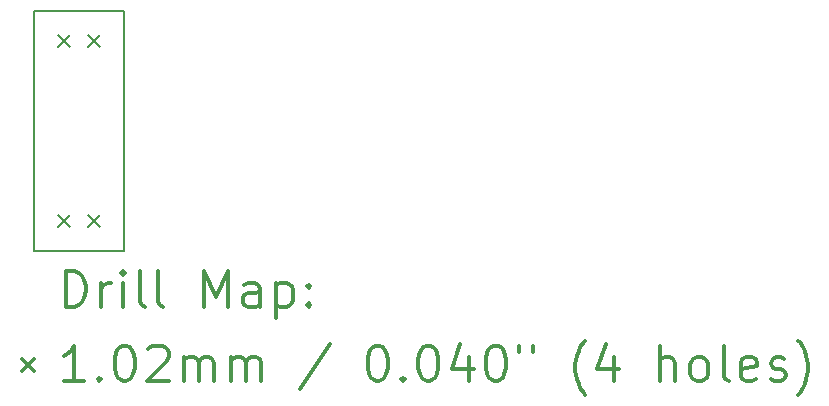
<source format=gbr>
%FSLAX45Y45*%
G04 Gerber Fmt 4.5, Leading zero omitted, Abs format (unit mm)*
G04 Created by KiCad (PCBNEW 4.0.5-e0-6337~49~ubuntu16.04.1) date Tue Feb  7 11:01:34 2017*
%MOMM*%
%LPD*%
G01*
G04 APERTURE LIST*
%ADD10C,0.127000*%
%ADD11C,0.150000*%
%ADD12C,0.200000*%
%ADD13C,0.300000*%
G04 APERTURE END LIST*
D10*
D11*
X14478000Y-9398000D02*
X15240000Y-9398000D01*
X14478000Y-11430000D02*
X14478000Y-9398000D01*
X15240000Y-11430000D02*
X14478000Y-11430000D01*
X15240000Y-9398000D02*
X15240000Y-11430000D01*
D12*
X14681200Y-9601200D02*
X14782800Y-9702800D01*
X14782800Y-9601200D02*
X14681200Y-9702800D01*
X14681200Y-11125200D02*
X14782800Y-11226800D01*
X14782800Y-11125200D02*
X14681200Y-11226800D01*
X14935200Y-9601200D02*
X15036800Y-9702800D01*
X15036800Y-9601200D02*
X14935200Y-9702800D01*
X14935200Y-11125200D02*
X15036800Y-11226800D01*
X15036800Y-11125200D02*
X14935200Y-11226800D01*
D13*
X14741928Y-11903214D02*
X14741928Y-11603214D01*
X14813357Y-11603214D01*
X14856214Y-11617500D01*
X14884786Y-11646071D01*
X14899071Y-11674643D01*
X14913357Y-11731786D01*
X14913357Y-11774643D01*
X14899071Y-11831786D01*
X14884786Y-11860357D01*
X14856214Y-11888929D01*
X14813357Y-11903214D01*
X14741928Y-11903214D01*
X15041928Y-11903214D02*
X15041928Y-11703214D01*
X15041928Y-11760357D02*
X15056214Y-11731786D01*
X15070500Y-11717500D01*
X15099071Y-11703214D01*
X15127643Y-11703214D01*
X15227643Y-11903214D02*
X15227643Y-11703214D01*
X15227643Y-11603214D02*
X15213357Y-11617500D01*
X15227643Y-11631786D01*
X15241928Y-11617500D01*
X15227643Y-11603214D01*
X15227643Y-11631786D01*
X15413357Y-11903214D02*
X15384786Y-11888929D01*
X15370500Y-11860357D01*
X15370500Y-11603214D01*
X15570500Y-11903214D02*
X15541928Y-11888929D01*
X15527643Y-11860357D01*
X15527643Y-11603214D01*
X15913357Y-11903214D02*
X15913357Y-11603214D01*
X16013357Y-11817500D01*
X16113357Y-11603214D01*
X16113357Y-11903214D01*
X16384786Y-11903214D02*
X16384786Y-11746071D01*
X16370500Y-11717500D01*
X16341928Y-11703214D01*
X16284786Y-11703214D01*
X16256214Y-11717500D01*
X16384786Y-11888929D02*
X16356214Y-11903214D01*
X16284786Y-11903214D01*
X16256214Y-11888929D01*
X16241928Y-11860357D01*
X16241928Y-11831786D01*
X16256214Y-11803214D01*
X16284786Y-11788929D01*
X16356214Y-11788929D01*
X16384786Y-11774643D01*
X16527643Y-11703214D02*
X16527643Y-12003214D01*
X16527643Y-11717500D02*
X16556214Y-11703214D01*
X16613357Y-11703214D01*
X16641928Y-11717500D01*
X16656214Y-11731786D01*
X16670500Y-11760357D01*
X16670500Y-11846071D01*
X16656214Y-11874643D01*
X16641928Y-11888929D01*
X16613357Y-11903214D01*
X16556214Y-11903214D01*
X16527643Y-11888929D01*
X16799071Y-11874643D02*
X16813357Y-11888929D01*
X16799071Y-11903214D01*
X16784786Y-11888929D01*
X16799071Y-11874643D01*
X16799071Y-11903214D01*
X16799071Y-11717500D02*
X16813357Y-11731786D01*
X16799071Y-11746071D01*
X16784786Y-11731786D01*
X16799071Y-11717500D01*
X16799071Y-11746071D01*
X14368900Y-12346700D02*
X14470500Y-12448300D01*
X14470500Y-12346700D02*
X14368900Y-12448300D01*
X14899071Y-12533214D02*
X14727643Y-12533214D01*
X14813357Y-12533214D02*
X14813357Y-12233214D01*
X14784786Y-12276071D01*
X14756214Y-12304643D01*
X14727643Y-12318929D01*
X15027643Y-12504643D02*
X15041928Y-12518929D01*
X15027643Y-12533214D01*
X15013357Y-12518929D01*
X15027643Y-12504643D01*
X15027643Y-12533214D01*
X15227643Y-12233214D02*
X15256214Y-12233214D01*
X15284786Y-12247500D01*
X15299071Y-12261786D01*
X15313357Y-12290357D01*
X15327643Y-12347500D01*
X15327643Y-12418929D01*
X15313357Y-12476071D01*
X15299071Y-12504643D01*
X15284786Y-12518929D01*
X15256214Y-12533214D01*
X15227643Y-12533214D01*
X15199071Y-12518929D01*
X15184786Y-12504643D01*
X15170500Y-12476071D01*
X15156214Y-12418929D01*
X15156214Y-12347500D01*
X15170500Y-12290357D01*
X15184786Y-12261786D01*
X15199071Y-12247500D01*
X15227643Y-12233214D01*
X15441928Y-12261786D02*
X15456214Y-12247500D01*
X15484786Y-12233214D01*
X15556214Y-12233214D01*
X15584786Y-12247500D01*
X15599071Y-12261786D01*
X15613357Y-12290357D01*
X15613357Y-12318929D01*
X15599071Y-12361786D01*
X15427643Y-12533214D01*
X15613357Y-12533214D01*
X15741928Y-12533214D02*
X15741928Y-12333214D01*
X15741928Y-12361786D02*
X15756214Y-12347500D01*
X15784786Y-12333214D01*
X15827643Y-12333214D01*
X15856214Y-12347500D01*
X15870500Y-12376071D01*
X15870500Y-12533214D01*
X15870500Y-12376071D02*
X15884786Y-12347500D01*
X15913357Y-12333214D01*
X15956214Y-12333214D01*
X15984786Y-12347500D01*
X15999071Y-12376071D01*
X15999071Y-12533214D01*
X16141928Y-12533214D02*
X16141928Y-12333214D01*
X16141928Y-12361786D02*
X16156214Y-12347500D01*
X16184786Y-12333214D01*
X16227643Y-12333214D01*
X16256214Y-12347500D01*
X16270500Y-12376071D01*
X16270500Y-12533214D01*
X16270500Y-12376071D02*
X16284786Y-12347500D01*
X16313357Y-12333214D01*
X16356214Y-12333214D01*
X16384786Y-12347500D01*
X16399071Y-12376071D01*
X16399071Y-12533214D01*
X16984786Y-12218929D02*
X16727643Y-12604643D01*
X17370500Y-12233214D02*
X17399071Y-12233214D01*
X17427643Y-12247500D01*
X17441928Y-12261786D01*
X17456214Y-12290357D01*
X17470500Y-12347500D01*
X17470500Y-12418929D01*
X17456214Y-12476071D01*
X17441928Y-12504643D01*
X17427643Y-12518929D01*
X17399071Y-12533214D01*
X17370500Y-12533214D01*
X17341928Y-12518929D01*
X17327643Y-12504643D01*
X17313357Y-12476071D01*
X17299071Y-12418929D01*
X17299071Y-12347500D01*
X17313357Y-12290357D01*
X17327643Y-12261786D01*
X17341928Y-12247500D01*
X17370500Y-12233214D01*
X17599071Y-12504643D02*
X17613357Y-12518929D01*
X17599071Y-12533214D01*
X17584786Y-12518929D01*
X17599071Y-12504643D01*
X17599071Y-12533214D01*
X17799071Y-12233214D02*
X17827643Y-12233214D01*
X17856214Y-12247500D01*
X17870500Y-12261786D01*
X17884786Y-12290357D01*
X17899071Y-12347500D01*
X17899071Y-12418929D01*
X17884786Y-12476071D01*
X17870500Y-12504643D01*
X17856214Y-12518929D01*
X17827643Y-12533214D01*
X17799071Y-12533214D01*
X17770500Y-12518929D01*
X17756214Y-12504643D01*
X17741928Y-12476071D01*
X17727643Y-12418929D01*
X17727643Y-12347500D01*
X17741928Y-12290357D01*
X17756214Y-12261786D01*
X17770500Y-12247500D01*
X17799071Y-12233214D01*
X18156214Y-12333214D02*
X18156214Y-12533214D01*
X18084786Y-12218929D02*
X18013357Y-12433214D01*
X18199071Y-12433214D01*
X18370500Y-12233214D02*
X18399071Y-12233214D01*
X18427643Y-12247500D01*
X18441928Y-12261786D01*
X18456214Y-12290357D01*
X18470500Y-12347500D01*
X18470500Y-12418929D01*
X18456214Y-12476071D01*
X18441928Y-12504643D01*
X18427643Y-12518929D01*
X18399071Y-12533214D01*
X18370500Y-12533214D01*
X18341928Y-12518929D01*
X18327643Y-12504643D01*
X18313357Y-12476071D01*
X18299071Y-12418929D01*
X18299071Y-12347500D01*
X18313357Y-12290357D01*
X18327643Y-12261786D01*
X18341928Y-12247500D01*
X18370500Y-12233214D01*
X18584786Y-12233214D02*
X18584786Y-12290357D01*
X18699071Y-12233214D02*
X18699071Y-12290357D01*
X19141928Y-12647500D02*
X19127643Y-12633214D01*
X19099071Y-12590357D01*
X19084786Y-12561786D01*
X19070500Y-12518929D01*
X19056214Y-12447500D01*
X19056214Y-12390357D01*
X19070500Y-12318929D01*
X19084786Y-12276071D01*
X19099071Y-12247500D01*
X19127643Y-12204643D01*
X19141928Y-12190357D01*
X19384786Y-12333214D02*
X19384786Y-12533214D01*
X19313357Y-12218929D02*
X19241928Y-12433214D01*
X19427643Y-12433214D01*
X19770500Y-12533214D02*
X19770500Y-12233214D01*
X19899071Y-12533214D02*
X19899071Y-12376071D01*
X19884786Y-12347500D01*
X19856214Y-12333214D01*
X19813357Y-12333214D01*
X19784786Y-12347500D01*
X19770500Y-12361786D01*
X20084786Y-12533214D02*
X20056214Y-12518929D01*
X20041928Y-12504643D01*
X20027643Y-12476071D01*
X20027643Y-12390357D01*
X20041928Y-12361786D01*
X20056214Y-12347500D01*
X20084786Y-12333214D01*
X20127643Y-12333214D01*
X20156214Y-12347500D01*
X20170500Y-12361786D01*
X20184786Y-12390357D01*
X20184786Y-12476071D01*
X20170500Y-12504643D01*
X20156214Y-12518929D01*
X20127643Y-12533214D01*
X20084786Y-12533214D01*
X20356214Y-12533214D02*
X20327643Y-12518929D01*
X20313357Y-12490357D01*
X20313357Y-12233214D01*
X20584786Y-12518929D02*
X20556214Y-12533214D01*
X20499071Y-12533214D01*
X20470500Y-12518929D01*
X20456214Y-12490357D01*
X20456214Y-12376071D01*
X20470500Y-12347500D01*
X20499071Y-12333214D01*
X20556214Y-12333214D01*
X20584786Y-12347500D01*
X20599071Y-12376071D01*
X20599071Y-12404643D01*
X20456214Y-12433214D01*
X20713357Y-12518929D02*
X20741929Y-12533214D01*
X20799071Y-12533214D01*
X20827643Y-12518929D01*
X20841929Y-12490357D01*
X20841929Y-12476071D01*
X20827643Y-12447500D01*
X20799071Y-12433214D01*
X20756214Y-12433214D01*
X20727643Y-12418929D01*
X20713357Y-12390357D01*
X20713357Y-12376071D01*
X20727643Y-12347500D01*
X20756214Y-12333214D01*
X20799071Y-12333214D01*
X20827643Y-12347500D01*
X20941928Y-12647500D02*
X20956214Y-12633214D01*
X20984786Y-12590357D01*
X20999071Y-12561786D01*
X21013357Y-12518929D01*
X21027643Y-12447500D01*
X21027643Y-12390357D01*
X21013357Y-12318929D01*
X20999071Y-12276071D01*
X20984786Y-12247500D01*
X20956214Y-12204643D01*
X20941928Y-12190357D01*
M02*

</source>
